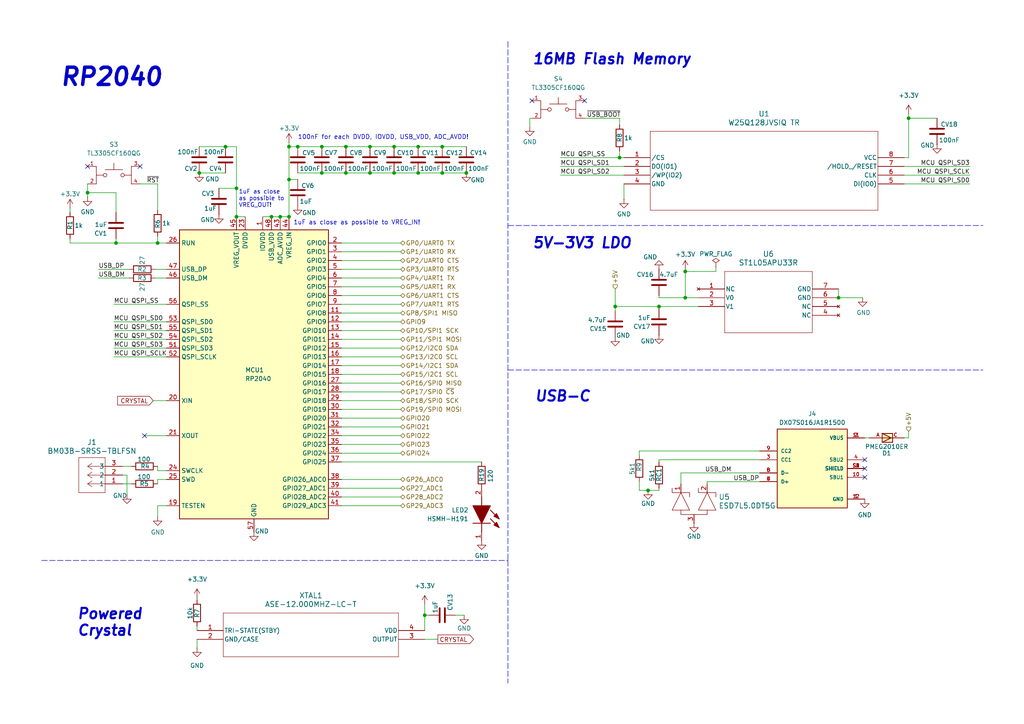
<source format=kicad_sch>
(kicad_sch (version 20231120) (generator "eeschema") (generator_version "8.0")
  (paper "A4")
  (title_block (title "RP2040 Standard Design") (date "2024-12-11") (rev "v1") (company "Porto Space Team") (comment 1 "Miguel Amorim"))
  (lib_symbols
    (symbol "16MB Flash Memory:W25Q128JVSIQ_TR" (pin_names (offset 0.254))
      (property "Reference" "U" (at 40.64 12.7 0))
      (property "Value" "W25Q128JVSIQ TR" (at 40.64 10.16 0))
      (symbol "W25Q128JVSIQ_TR_0_1"
        (pin input line (at 0 0 0) (length 7.62) (name "/CS") (number "1"))
        (pin bidirectional line (at 0 -2.54 0) (length 7.62) (name "DO(IO1)") (number "2"))
        (pin bidirectional line (at 0 -5.08 0) (length 7.62) (name "/WP(IO2)") (number "3"))
        (pin passive line (at 0 -7.62 0) (length 7.62) (name "GND") (number "4"))
        (pin bidirectional line (at 81.28 -7.62 180) (length 7.62) (name "DI(IO0)") (number "5"))
        (pin input line (at 81.28 -5.08 180) (length 7.62) (name "CLK") (number "6"))
        (pin bidirectional line (at 81.28 -2.54 180) (length 7.62) (name "/HOLD_/RESET") (number "7"))
        (pin passive line (at 81.28 0 180) (length 7.62) (name "VCC") (number "8"))
      )
    )
    (symbol "DX07S016JA1R1500:DX07S016JA1R1500" (pin_names (offset 1.016))
      (property "Reference" "J" (at -10.16 11.43 0))
      (property "Value" "DX07S016JA1R1500" (at -10.16 -13.97 0))
      (symbol "DX07S016JA1R1500_0_0"
        (pin power_in line (at 15.24 -10.16 180) (length 5.08) (name "GND") (number "1"))
        (pin passive line (at 15.24 -3.81 180) (length 5.08) (name "SBU1") (number "10"))
        (pin passive line (at 15.24 7.62 180) (length 5.08) (name "VBUS") (number "11"))
        (pin power_in line (at 15.24 -10.16 180) (length 5.08) (name "GND") (number "12"))
        (pin passive line (at 15.24 7.62 180) (length 5.08) (name "VBUS") (number "2"))
        (pin passive line (at -15.24 1.27 0) (length 5.08) (name "CC1") (number "3"))
        (pin passive line (at 15.24 1.27 180) (length 5.08) (name "SBU2") (number "4"))
        (pin passive line (at -15.24 -2.54 0) (length 5.08) (name "D-") (number "5"))
        (pin passive line (at -15.24 -5.08 0) (length 5.08) (name "D+") (number "6"))
        (pin passive line (at -15.24 -5.08 0) (length 5.08) (name "D+") (number "7"))
        (pin passive line (at -15.24 -2.54 0) (length 5.08) (name "D-") (number "8"))
        (pin passive line (at -15.24 3.81 0) (length 5.08) (name "CC2") (number "9"))
        (pin passive line (at 15.24 -1.27 180) (length 5.08) (name "SHIELD") (number "S1"))
        (pin passive line (at 15.24 -1.27 180) (length 5.08) (name "SHIELD") (number "S2"))
        (pin passive line (at 15.24 -1.27 180) (length 5.08) (name "SHIELD") (number "S3"))
        (pin passive line (at 15.24 -1.27 180) (length 5.08) (name "SHIELD") (number "S4"))
        (pin passive line (at 15.24 -1.27 180) (length 5.08) (name "SHIELD") (number "S5"))
        (pin passive line (at 15.24 -1.27 180) (length 5.08) (name "SHIELD") (number "S6"))
      )
    )
    (symbol "Device:C" (pin_numbers hide) (pin_names (offset 0.254))
      (property "Reference" "C" (at 0.635 2.54 0))
      (property "Value" "C" (at 0.635 -2.54 0))
      (symbol "C_1_1"
        (pin passive line (at 0 3.81 270) (length 2.794) (name "~") (number "1"))
        (pin passive line (at 0 -3.81 90) (length 2.794) (name "~") (number "2"))
      )
    )
    (symbol "Device:R" (pin_numbers hide) (pin_names (offset 0))
      (property "Reference" "R" (at 2.032 0 90))
      (property "Value" "R" (at 0 0 90))
      (symbol "R_1_1"
        (pin passive line (at 0 3.81 270) (length 1.27) (name "~") (number "1"))
        (pin passive line (at 0 -3.81 90) (length 1.27) (name "~") (number "2"))
      )
    )
    (symbol "ESD Diodes:ESD7L5.0DT5G" (pin_names (offset 0.254))
      (property "Reference" "U" (at 6.35 15.24 0))
      (property "Value" "ESD7L5.0DT5G" (at 6.35 12.7 0))
      (symbol "ESD7L5.0DT5G_1_1"
        (pin passive line (at 2.54 11.43 270) (length 2.54) (name "") (number "1"))
        (pin passive line (at 10.16 11.43 270) (length 2.54) (name "") (number "2"))
        (pin passive line (at 6.35 0 90) (length 2.54) (name "") (number "3"))
      )
    )
    (symbol "LDO 5V 3V3:ST1L05APU33R" (pin_names (offset 0.254))
      (property "Reference" "U" (at 20.32 10.16 0))
      (property "Value" "ST1L05APU33R" (at 20.32 7.62 0))
      (symbol "ST1L05APU33R_0_1"
        (pin no_connect line (at 0 0 0) (length 7.62) (name "NC") (number "1"))
        (pin passive line (at 0 -2.54 0) (length 7.62) (name "V0") (number "2"))
        (pin passive line (at 0 -5.08 0) (length 7.62) (name "V1") (number "3"))
        (pin no_connect line (at 40.64 -7.62 180) (length 7.62) (name "NC") (number "4"))
        (pin no_connect line (at 40.64 -5.08 180) (length 7.62) (name "NC") (number "5"))
        (pin passive line (at 40.64 -2.54 180) (length 7.62) (name "GND") (number "6"))
        (pin passive line (at 40.64 0 180) (length 7.62) (name "GND") (number "7"))
      )
    )
    (symbol "MCU_RaspberryPi:RP2040"
      (property "Reference" "U" (at 17.78 45.72 0))
      (property "Value" "RP2040" (at 17.78 43.18 0))
      (symbol "RP2040_1_1"
        (pin power_in line (at 2.54 45.72 270) (length 3.81) (name "IOVDD") (number "1"))
        (pin passive line (at 2.54 45.72 270) (length 3.81) hide (name "IOVDD") (number "10"))
        (pin bidirectional line (at 25.4 17.78 180) (length 3.81) (name "GPIO8") (number "11"))
        (pin bidirectional line (at 25.4 15.24 180) (length 3.81) (name "GPIO9") (number "12"))
        (pin bidirectional line (at 25.4 12.7 180) (length 3.81) (name "GPIO10") (number "13"))
        (pin bidirectional line (at 25.4 10.16 180) (length 3.81) (name "GPIO11") (number "14"))
        (pin bidirectional line (at 25.4 7.62 180) (length 3.81) (name "GPIO12") (number "15"))
        (pin bidirectional line (at 25.4 5.08 180) (length 3.81) (name "GPIO13") (number "16"))
        (pin bidirectional line (at 25.4 2.54 180) (length 3.81) (name "GPIO14") (number "17"))
        (pin bidirectional line (at 25.4 0 180) (length 3.81) (name "GPIO15") (number "18"))
        (pin input line (at -25.4 -38.1 0) (length 3.81) (name "TESTEN") (number "19"))
        (pin bidirectional line (at 25.4 38.1 180) (length 3.81) (name "GPIO0") (number "2"))
        (pin input line (at -25.4 -7.62 0) (length 3.81) (name "XIN") (number "20"))
        (pin passive line (at -25.4 -17.78 0) (length 3.81) (name "XOUT") (number "21"))
        (pin passive line (at 2.54 45.72 270) (length 3.81) hide (name "IOVDD") (number "22"))
        (pin power_in line (at -2.54 45.72 270) (length 3.81) (name "DVDD") (number "23"))
        (pin input line (at -25.4 -27.94 0) (length 3.81) (name "SWCLK") (number "24"))
        (pin bidirectional line (at -25.4 -30.48 0) (length 3.81) (name "SWD") (number "25"))
        (pin input line (at -25.4 38.1 0) (length 3.81) (name "RUN") (number "26"))
        (pin bidirectional line (at 25.4 -2.54 180) (length 3.81) (name "GPIO16") (number "27"))
        (pin bidirectional line (at 25.4 -5.08 180) (length 3.81) (name "GPIO17") (number "28"))
        (pin bidirectional line (at 25.4 -7.62 180) (length 3.81) (name "GPIO18") (number "29"))
        (pin bidirectional line (at 25.4 35.56 180) (length 3.81) (name "GPIO1") (number "3"))
        (pin bidirectional line (at 25.4 -10.16 180) (length 3.81) (name "GPIO19") (number "30"))
        (pin bidirectional line (at 25.4 -12.7 180) (length 3.81) (name "GPIO20") (number "31"))
        (pin bidirectional line (at 25.4 -15.24 180) (length 3.81) (name "GPIO21") (number "32"))
        (pin passive line (at 2.54 45.72 270) (length 3.81) hide (name "IOVDD") (number "33"))
        (pin bidirectional line (at 25.4 -17.78 180) (length 3.81) (name "GPIO22") (number "34"))
        (pin bidirectional line (at 25.4 -20.32 180) (length 3.81) (name "GPIO23") (number "35"))
        (pin bidirectional line (at 25.4 -22.86 180) (length 3.81) (name "GPIO24") (number "36"))
        (pin bidirectional line (at 25.4 -25.4 180) (length 3.81) (name "GPIO25") (number "37"))
        (pin bidirectional line (at 25.4 -30.48 180) (length 3.81) (name "GPIO26_ADC0") (number "38"))
        (pin bidirectional line (at 25.4 -33.02 180) (length 3.81) (name "GPIO27_ADC1") (number "39"))
        (pin bidirectional line (at 25.4 33.02 180) (length 3.81) (name "GPIO2") (number "4"))
        (pin bidirectional line (at 25.4 -35.56 180) (length 3.81) (name "GPIO28_ADC2") (number "40"))
        (pin bidirectional line (at 25.4 -38.1 180) (length 3.81) (name "GPIO29_ADC3") (number "41"))
        (pin passive line (at 2.54 45.72 270) (length 3.81) hide (name "IOVDD") (number "42"))
        (pin power_in line (at 7.62 45.72 270) (length 3.81) (name "ADC_AVDD") (number "43"))
        (pin power_in line (at 10.16 45.72 270) (length 3.81) (name "VREG_IN") (number "44"))
        (pin power_out line (at -5.08 45.72 270) (length 3.81) (name "VREG_VOUT") (number "45"))
        (pin bidirectional line (at -25.4 27.94 0) (length 3.81) (name "USB_DM") (number "46"))
        (pin bidirectional line (at -25.4 30.48 0) (length 3.81) (name "USB_DP") (number "47"))
        (pin power_in line (at 5.08 45.72 270) (length 3.81) (name "USB_VDD") (number "48"))
        (pin passive line (at 2.54 45.72 270) (length 3.81) hide (name "IOVDD") (number "49"))
        (pin bidirectional line (at 25.4 30.48 180) (length 3.81) (name "GPIO3") (number "5"))
        (pin passive line (at -2.54 45.72 270) (length 3.81) hide (name "DVDD") (number "50"))
        (pin bidirectional line (at -25.4 7.62 0) (length 3.81) (name "QSPI_SD3") (number "51"))
        (pin output line (at -25.4 5.08 0) (length 3.81) (name "QSPI_SCLK") (number "52"))
        (pin bidirectional line (at -25.4 15.24 0) (length 3.81) (name "QSPI_SD0") (number "53"))
        (pin bidirectional line (at -25.4 10.16 0) (length 3.81) (name "QSPI_SD2") (number "54"))
        (pin bidirectional line (at -25.4 12.7 0) (length 3.81) (name "QSPI_SD1") (number "55"))
        (pin bidirectional line (at -25.4 20.32 0) (length 3.81) (name "QSPI_SS") (number "56"))
        (pin power_in line (at 0 -45.72 90) (length 3.81) (name "GND") (number "57"))
        (pin bidirectional line (at 25.4 27.94 180) (length 3.81) (name "GPIO4") (number "6"))
        (pin bidirectional line (at 25.4 25.4 180) (length 3.81) (name "GPIO5") (number "7"))
        (pin bidirectional line (at 25.4 22.86 180) (length 3.81) (name "GPIO6") (number "8"))
        (pin bidirectional line (at 25.4 20.32 180) (length 3.81) (name "GPIO7") (number "9"))
      )
    )
    (symbol "Powered Crystal:ASE-12.000MHZ-LC-T" (pin_names (offset 0.254))
      (property "Reference" "XTAL" (at 33.02 10.16 0))
      (property "Value" "ASE-12.000MHZ-LC-T" (at 33.02 7.62 0))
      (symbol "ASE-12.000MHZ-LC-T_0_1"
        (pin passive line (at 0 0 0) (length 7.62) (name "TRI-STATE(STBY)") (number "1"))
        (pin passive line (at 0 -2.54 0) (length 7.62) (name "GND/CASE") (number "2"))
        (pin output line (at 66.04 -2.54 180) (length 7.62) (name "OUTPUT") (number "3"))
        (pin power_in line (at 66.04 0 180) (length 7.62) (name "VDD") (number "4"))
      )
    )
    (symbol "Red SMD LED:HSMH-H191" (pin_names hide)
      (property "Reference" "LED" (at 12.7 8.89 0))
      (property "Value" "HSMH-H191" (at 12.7 6.35 0))
      (symbol "HSMH-H191_1_1"
        (pin passive line (at 0 0 0) (length 2.54) (name "K") (number "1"))
        (pin passive line (at 15.24 0 180) (length 2.54) (name "A") (number "2"))
      )
    )
    (symbol "SWD Connector:BM03B-SRSS-TBLFSN" (pin_names (offset 0.254))
      (property "Reference" "J" (at 8.89 6.35 0))
      (property "Value" "BM03B-SRSS-TBLFSN" (at 0 0 0))
      (symbol "BM03B-SRSS-TBLFSN_1_1"
        (pin passive line (at 0 0 0) (length 5.08) (name "1") (number "1"))
        (pin passive line (at 0 -2.54 0) (length 5.08) (name "2") (number "2"))
        (pin passive line (at 0 -5.08 0) (length 5.08) (name "3") (number "3"))
      )
      (symbol "BM03B-SRSS-TBLFSN_1_2"
        (pin passive line (at 0 0 0) (length 5.08) (name "1") (number "1"))
        (pin passive line (at 0 -2.54 0) (length 5.08) (name "2") (number "2"))
        (pin passive line (at 0 -5.08 0) (length 5.08) (name "3") (number "3"))
      )
    )
    (symbol "Schottky Diode:PMEG2010ER" (pin_names (offset 1.016))
      (property "Reference" "D" (at -3.8116 1.7534 0))
      (property "Value" "PMEG2010ER" (at -3.816 -3.5871 0))
      (symbol "PMEG2010ER_0_0"
        (pin passive line (at -5.08 0 0) (length 5.08) (name "~") (number "A"))
        (pin passive line (at 5.08 0 180) (length 5.08) (name "~") (number "C"))
      )
    )
    (symbol "TL3305CF160QG:TL3305CF160QG" (pin_names (offset 1.016))
      (property "Reference" "S" (at -5.08 5.08 0))
      (property "Value" "TL3305CF160QG" (at -5.08 -5.08 0))
      (symbol "TL3305CF160QG_0_0"
        (pin passive line (at -7.62 2.54 0) (length 2.54) (name "~") (number "1"))
        (pin passive line (at -7.62 -2.54 0) (length 2.54) (name "~") (number "2"))
        (pin passive line (at 7.62 2.54 180) (length 2.54) (name "~") (number "3"))
        (pin passive line (at 7.62 -2.54 180) (length 2.54) (name "~") (number "4"))
      )
    )
    (symbol "power:+3.3V" (power) (pin_numbers hide) (pin_names (offset 0) hide)
      (property "Value" "+3.3V" (at 0 3.556 0))
      (symbol "+3.3V_1_1"
        (pin power_in line (at 0 0 90) (length 0) (name "~") (number "1"))
      )
    )
    (symbol "power:GND" (power) (pin_numbers hide) (pin_names (offset 0) hide)
      (property "Value" "GND" (at 0 -3.81 0))
      (symbol "GND_1_1"
        (pin power_in line (at 0 0 270) (length 0) (name "~") (number "1"))
      )
    )
    (symbol "power:PWR_FLAG" (power) (pin_numbers hide) (pin_names (offset 0) hide)
      (property "Value" "PWR_FLAG" (at 0 3.81 0))
      (symbol "PWR_FLAG_0_0"
        (pin power_out line (at 0 0 90) (length 0) (name "~") (number "1"))
      )
    )
  )
  (junction (at 179.705 45.72))
  (junction (at 83.82 62.865))
  (junction (at 187.96 142.24))
  (junction (at 128.27 50.165))
  (junction (at 135.255 50.165))
  (junction (at 78.74 62.865))
  (junction (at 93.345 50.165))
  (junction (at 83.82 42.545))
  (junction (at 123.19 178.435))
  (junction (at 121.285 42.545))
  (junction (at 68.58 54.61))
  (junction (at 114.3 42.545))
  (junction (at 100.33 50.165))
  (junction (at 25.4 55.88))
  (junction (at 45.72 70.485))
  (junction (at 100.33 42.545))
  (junction (at 83.82 52.07))
  (junction (at 33.655 70.485))
  (junction (at 243.205 86.36))
  (junction (at 178.435 88.9))
  (junction (at 121.285 50.165))
  (junction (at 198.755 86.36))
  (junction (at 57.785 50.165))
  (junction (at 107.315 50.165))
  (junction (at 68.58 62.865))
  (junction (at 86.36 42.545))
  (junction (at 81.28 62.865))
  (junction (at 191.135 88.9))
  (junction (at 198.755 78.74))
  (junction (at 93.345 42.545))
  (junction (at 107.315 42.545))
  (junction (at 114.3 50.165))
  (junction (at 128.27 42.545))
  (junction (at 65.405 42.545))
  (junction (at 263.525 34.29))
  (no_connect (at 41.91 126.365))
  (no_connect (at 40.64 48.26))
  (no_connect (at 169.545 29.21))
  (no_connect (at 250.825 133.35))
  (no_connect (at 154.305 29.21))
  (no_connect (at 25.4 48.26))
  (no_connect (at 250.825 135.89))
  (no_connect (at 250.825 138.43))
  (wire (pts (xy 45.72 139.065) (xy 48.26 139.065)))
  (wire (pts (xy 262.255 50.8) (xy 281.305 50.8)))
  (wire (pts (xy 191.135 142.24) (xy 187.96 142.24)))
  (wire (pts (xy 123.19 178.435) (xy 123.19 182.88)))
  (wire (pts (xy 99.06 113.665) (xy 116.205 113.665)))
  (wire (pts (xy 178.435 83.82) (xy 178.435 88.9)))
  (wire (pts (xy 107.315 50.165) (xy 114.3 50.165)))
  (wire (pts (xy 44.45 116.205) (xy 48.26 116.205)))
  (wire (pts (xy 132.08 178.435) (xy 134.62 178.435)))
  (wire (pts (xy 33.02 95.885) (xy 48.26 95.885)))
  (wire (pts (xy 28.575 80.645) (xy 37.465 80.645)))
  (wire (pts (xy 185.42 142.24) (xy 185.42 139.7)))
  (wire (pts (xy 57.15 173.355) (xy 57.15 173.99)))
  (wire (pts (xy 33.655 70.485) (xy 20.32 70.485)))
  (wire (pts (xy 33.655 70.485) (xy 33.655 69.215)))
  (wire (pts (xy 154.305 34.29) (xy 153.67 34.29)))
  (wire (pts (xy 191.135 86.36) (xy 198.755 86.36)))
  (wire (pts (xy 198.755 78.74) (xy 198.755 86.36)))
  (wire (pts (xy 33.02 88.265) (xy 48.26 88.265)))
  (wire (pts (xy 179.705 36.195) (xy 179.705 34.29)))
  (wire (pts (xy 33.02 93.345) (xy 48.26 93.345)))
  (wire (pts (xy 99.06 88.265) (xy 116.205 88.265)))
  (wire (pts (xy 198.755 78.105) (xy 198.755 78.74)))
  (wire (pts (xy 262.255 48.26) (xy 281.305 48.26)))
  (wire (pts (xy 197.485 137.16) (xy 220.345 137.16)))
  (wire (pts (xy 45.72 136.525) (xy 48.26 136.525)))
  (wire (pts (xy 45.72 53.34) (xy 45.72 60.96)))
  (wire (pts (xy 99.06 73.025) (xy 116.205 73.025)))
  (wire (pts (xy 33.02 100.965) (xy 48.26 100.965)))
  (wire (pts (xy 45.72 70.485) (xy 48.26 70.485)))
  (wire (pts (xy 76.2 62.865) (xy 78.74 62.865)))
  (wire (pts (xy 45.72 68.58) (xy 45.72 70.485)))
  (polyline (pts (xy 147.32 65.405) (xy 285.115 65.405)) (stroke (width 0) (type dash)))
  (wire (pts (xy 99.06 75.565) (xy 116.205 75.565)))
  (wire (pts (xy 68.58 62.865) (xy 71.12 62.865)))
  (wire (pts (xy 263.525 125.095) (xy 263.525 127)))
  (polyline (pts (xy 147.32 162.56) (xy 147.32 198.12)) (stroke (width 0) (type dash)))
  (wire (pts (xy 262.255 53.34) (xy 281.305 53.34)))
  (wire (pts (xy 99.06 146.685) (xy 116.205 146.685)))
  (wire (pts (xy 121.285 50.165) (xy 128.27 50.165)))
  (wire (pts (xy 86.36 42.545) (xy 83.82 42.545)))
  (wire (pts (xy 123.19 178.435) (xy 124.46 178.435)))
  (wire (pts (xy 35.56 137.795) (xy 36.83 137.795)))
  (wire (pts (xy 243.205 86.36) (xy 250.19 86.36)))
  (polyline (pts (xy 12.065 162.56) (xy 147.32 162.56)) (stroke (width 0) (type dash)))
  (wire (pts (xy 35.56 140.335) (xy 38.1 140.335)))
  (wire (pts (xy 40.64 53.34) (xy 45.72 53.34)))
  (wire (pts (xy 121.285 42.545) (xy 114.3 42.545)))
  (wire (pts (xy 123.19 175.26) (xy 123.19 178.435)))
  (wire (pts (xy 25.4 53.34) (xy 25.4 55.88)))
  (wire (pts (xy 185.42 130.81) (xy 220.345 130.81)))
  (wire (pts (xy 33.655 55.88) (xy 25.4 55.88)))
  (wire (pts (xy 35.56 135.255) (xy 38.1 135.255)))
  (wire (pts (xy 99.06 80.645) (xy 116.205 80.645)))
  (wire (pts (xy 45.085 78.105) (xy 48.26 78.105)))
  (wire (pts (xy 68.58 54.61) (xy 68.58 62.865)))
  (wire (pts (xy 68.58 54.61) (xy 68.58 42.545)))
  (wire (pts (xy 128.27 42.545) (xy 121.285 42.545)))
  (wire (pts (xy 153.67 34.29) (xy 153.67 36.83)))
  (wire (pts (xy 28.575 78.105) (xy 37.465 78.105)))
  (wire (pts (xy 25.4 55.88) (xy 25.4 57.15)))
  (wire (pts (xy 33.655 70.485) (xy 45.72 70.485)))
  (wire (pts (xy 250.825 127) (xy 252.095 127)))
  (wire (pts (xy 191.135 88.9) (xy 202.565 88.9)))
  (wire (pts (xy 185.42 132.08) (xy 185.42 130.81)))
  (wire (pts (xy 99.06 93.345) (xy 116.205 93.345)))
  (wire (pts (xy 41.91 126.365) (xy 48.26 126.365)))
  (wire (pts (xy 57.785 42.545) (xy 65.405 42.545)))
  (wire (pts (xy 99.06 106.045) (xy 116.205 106.045)))
  (wire (pts (xy 99.06 111.125) (xy 116.205 111.125)))
  (wire (pts (xy 100.33 42.545) (xy 93.345 42.545)))
  (wire (pts (xy 262.255 45.72) (xy 263.525 45.72)))
  (wire (pts (xy 83.82 42.545) (xy 83.82 52.07)))
  (wire (pts (xy 99.06 131.445) (xy 116.205 131.445)))
  (wire (pts (xy 83.82 52.07) (xy 83.82 62.865)))
  (wire (pts (xy 45.72 140.335) (xy 45.72 139.065)))
  (wire (pts (xy 86.36 50.165) (xy 93.345 50.165)))
  (wire (pts (xy 93.345 42.545) (xy 86.36 42.545)))
  (wire (pts (xy 93.345 50.165) (xy 100.33 50.165)))
  (wire (pts (xy 107.315 42.545) (xy 100.33 42.545)))
  (wire (pts (xy 191.135 85.725) (xy 191.135 86.36)))
  (wire (pts (xy 179.705 45.72) (xy 180.975 45.72)))
  (wire (pts (xy 178.435 88.9) (xy 191.135 88.9)))
  (wire (pts (xy 205.105 139.7) (xy 205.105 140.335)))
  (wire (pts (xy 57.15 181.61) (xy 57.15 182.88)))
  (wire (pts (xy 207.645 78.74) (xy 207.645 77.47)))
  (wire (pts (xy 162.56 45.72) (xy 179.705 45.72)))
  (wire (pts (xy 180.975 50.8) (xy 162.56 50.8)))
  (wire (pts (xy 33.02 98.425) (xy 48.26 98.425)))
  (wire (pts (xy 83.82 52.07) (xy 86.36 52.07)))
  (wire (pts (xy 191.135 142.24) (xy 191.135 141.605)))
  (wire (pts (xy 99.06 70.485) (xy 116.205 70.485)))
  (wire (pts (xy 180.975 53.34) (xy 180.975 57.785)))
  (wire (pts (xy 197.485 137.16) (xy 197.485 140.335)))
  (polyline (pts (xy 147.32 107.315) (xy 285.115 107.315)) (stroke (width 0) (type dash)))
  (wire (pts (xy 78.74 62.865) (xy 81.28 62.865)))
  (wire (pts (xy 191.135 133.35) (xy 191.135 133.985)))
  (wire (pts (xy 57.15 185.42) (xy 57.15 187.96)))
  (wire (pts (xy 99.06 90.805) (xy 116.205 90.805)))
  (wire (pts (xy 99.06 123.825) (xy 116.205 123.825)))
  (wire (pts (xy 45.72 146.685) (xy 48.26 146.685)))
  (wire (pts (xy 68.58 42.545) (xy 65.405 42.545)))
  (wire (pts (xy 45.085 80.645) (xy 48.26 80.645)))
  (wire (pts (xy 99.06 128.905) (xy 116.205 128.905)))
  (wire (pts (xy 99.06 83.185) (xy 116.205 83.185)))
  (wire (pts (xy 99.06 100.965) (xy 116.205 100.965)))
  (wire (pts (xy 83.82 41.275) (xy 83.82 42.545)))
  (wire (pts (xy 99.06 85.725) (xy 116.205 85.725)))
  (wire (pts (xy 57.785 50.165) (xy 65.405 50.165)))
  (wire (pts (xy 45.72 149.86) (xy 45.72 146.685)))
  (wire (pts (xy 99.06 121.285) (xy 116.205 121.285)))
  (wire (pts (xy 20.32 60.325) (xy 20.32 61.595)))
  (wire (pts (xy 33.02 103.505) (xy 48.26 103.505)))
  (wire (pts (xy 36.83 137.795) (xy 36.83 143.51)))
  (wire (pts (xy 205.105 139.7) (xy 220.345 139.7)))
  (wire (pts (xy 99.06 139.065) (xy 116.205 139.065)))
  (wire (pts (xy 263.525 127) (xy 262.255 127)))
  (wire (pts (xy 179.705 34.29) (xy 169.545 34.29)))
  (wire (pts (xy 99.06 108.585) (xy 116.205 108.585)))
  (wire (pts (xy 220.345 133.35) (xy 191.135 133.35)))
  (wire (pts (xy 243.205 83.82) (xy 243.205 86.36)))
  (wire (pts (xy 263.525 45.72) (xy 263.525 34.29)))
  (wire (pts (xy 123.19 185.42) (xy 127 185.42)))
  (wire (pts (xy 99.06 133.985) (xy 139.7 133.985)))
  (wire (pts (xy 99.06 116.205) (xy 116.205 116.205)))
  (wire (pts (xy 99.06 144.145) (xy 116.205 144.145)))
  (polyline (pts (xy 147.32 12.065) (xy 147.32 162.56)) (stroke (width 0) (type dash)))
  (wire (pts (xy 99.06 141.605) (xy 116.205 141.605)))
  (wire (pts (xy 45.72 136.525) (xy 45.72 135.255)))
  (wire (pts (xy 179.705 43.815) (xy 179.705 45.72)))
  (wire (pts (xy 263.525 34.29) (xy 263.525 33.02)))
  (wire (pts (xy 20.32 70.485) (xy 20.32 69.215)))
  (wire (pts (xy 63.5 54.61) (xy 68.58 54.61)))
  (wire (pts (xy 99.06 98.425) (xy 116.205 98.425)))
  (wire (pts (xy 128.27 42.545) (xy 135.255 42.545)))
  (wire (pts (xy 99.06 103.505) (xy 116.205 103.505)))
  (wire (pts (xy 263.525 34.29) (xy 271.78 34.29)))
  (wire (pts (xy 100.33 50.165) (xy 107.315 50.165)))
  (wire (pts (xy 99.06 126.365) (xy 116.205 126.365)))
  (wire (pts (xy 81.28 62.865) (xy 83.82 62.865)))
  (wire (pts (xy 187.96 142.24) (xy 185.42 142.24)))
  (wire (pts (xy 99.06 118.745) (xy 116.205 118.745)))
  (wire (pts (xy 33.655 55.88) (xy 33.655 61.595)))
  (wire (pts (xy 180.975 48.26) (xy 162.56 48.26)))
  (wire (pts (xy 114.3 50.165) (xy 121.285 50.165)))
  (wire (pts (xy 128.27 50.165) (xy 135.255 50.165)))
  (wire (pts (xy 198.755 78.74) (xy 207.645 78.74)))
  (wire (pts (xy 178.435 88.9) (xy 178.435 90.17)))
  (wire (pts (xy 99.06 95.885) (xy 116.205 95.885)))
  (wire (pts (xy 191.135 89.535) (xy 191.135 88.9)))
  (wire (pts (xy 114.3 42.545) (xy 107.315 42.545)))
  (wire (pts (xy 99.06 78.105) (xy 116.205 78.105)))
  (wire (pts (xy 198.755 86.36) (xy 202.565 86.36)))
  (text "RP2040" (at 17.145 25.4 0) (effects (font (size 5 5) (thickness 1) (bold yes) (italic yes)) (justify left bottom)))
  (text "Powered\nCrystal" (at 22.225 184.785 0) (effects (font (size 3 3) (bold yes) (italic yes)) (justify left bottom)))
  (text "16MB Flash Memory" (at 154.305 19.05 0) (effects (font (size 3 3) (bold yes) (italic yes)) (justify left bottom)))
  (text "1uF as close as possible to VREG_IN!" (at 85.09 65.405 0) (effects (font (size 1.27 1.27)) (justify left bottom)))
  (text "100nF for each DVDD, IOVDD, USB_VDD, ADC_AVDD!" (at 86.36 40.64 0) (effects (font (size 1.27 1.27)) (justify left bottom)))
  (text "1uF as close \nas possible to \nVREG_OUT!" (at 69.215 60.325 0) (effects (font (size 1.2 1.2)) (justify left bottom)))
  (text "5V-3V3 LDO" (at 154.305 72.39 0) (effects (font (size 3 3) (bold yes) (italic yes)) (justify left bottom)))
  (text "USB-C" (at 154.94 116.84 0) (effects (font (size 3 3) (bold yes) (italic yes)) (justify left bottom)))
  (label "USB_DM" (at 204.47 137.16 0))
  (label "MCU QSPI_SS" (at 33.02 88.265 0))
  (label "MCU QSPI_SD2" (at 162.56 50.8 0))
  (label "MCU QSPI_SD0" (at 33.02 93.345 0))
  (label "MCU QSPI_SCLK" (at 33.02 103.505 0))
  (label "USB_DP" (at 28.575 78.105 0))
  (label "MCU QSPI_SD3" (at 33.02 100.965 0))
  (label "MCU QSPI_SD1" (at 33.02 95.885 0))
  (label "MCU QSPI_SCLK" (at 281.305 50.8 180))
  (label "MCU QSPI_SD3" (at 281.305 48.26 180))
  (label "MCU QSPI_SD1" (at 162.56 48.26 0))
  (label "MCU QSPI_SD0" (at 281.305 53.34 180))
  (label "~{RST}" (at 42.545 53.34 0))
  (label "USB_DM" (at 28.575 80.645 0))
  (label "~{USB_BOOT}" (at 170.18 34.29 0))
  (label "MCU QSPI_SS" (at 162.56 45.72 0))
  (label "USB_DP" (at 212.725 139.7 0))
  (label "MCU QSPI_SD2" (at 33.02 98.425 0))
  (global_label "CRYSTAL" (shape input) (at 44.45 116.205 180) (property "Intersheetrefs" "${INTERSHEET_REFS}" (effects (hide yes))))
  (global_label "CRYSTAL" (shape output) (at 127 185.42 0) (property "Intersheetrefs" "${INTERSHEET_REFS}" (effects (hide yes))))
  (hierarchical_label "GP28_ADC2" (shape bidirectional) (at 116.205 144.145 0))
  (hierarchical_label "GP11{slash}SPI1 MOSI" (shape bidirectional) (at 116.205 98.425 0))
  (hierarchical_label "GP16{slash}SPI0 MISO" (shape bidirectional) (at 116.205 111.125 0))
  (hierarchical_label "GP29_ADC3" (shape bidirectional) (at 116.205 146.685 0))
  (hierarchical_label "GPIO21" (shape bidirectional) (at 116.205 123.825 0))
  (hierarchical_label "GPIO23" (shape bidirectional) (at 116.205 128.905 0))
  (hierarchical_label "GP2{slash}UART0 CTS" (shape bidirectional) (at 116.205 75.565 0))
  (hierarchical_label "GP10{slash}SPI1 SCK" (shape bidirectional) (at 116.205 95.885 0))
  (hierarchical_label "GPIO9" (shape bidirectional) (at 116.205 93.345 0))
  (hierarchical_label "GPIO22" (shape bidirectional) (at 116.205 126.365 0))
  (hierarchical_label "GP18{slash}SPI0 SCK" (shape bidirectional) (at 116.205 116.205 0))
  (hierarchical_label "+5V" (shape input) (at 263.525 125.095 90))
  (hierarchical_label "GP4{slash}UART1 TX" (shape bidirectional) (at 116.205 80.645 0))
  (hierarchical_label "GP15{slash}I2C1 SCL" (shape bidirectional) (at 116.205 108.585 0))
  (hierarchical_label "GP13{slash}I2C0 SCL" (shape bidirectional) (at 116.205 103.505 0))
  (hierarchical_label "GP3{slash}UART0 RTS" (shape bidirectional) (at 116.205 78.105 0))
  (hierarchical_label "GP26_ADC0" (shape bidirectional) (at 116.205 139.065 0))
  (hierarchical_label "+5V" (shape input) (at 178.435 83.82 90))
  (hierarchical_label "GP8{slash}SPI1 MISO" (shape bidirectional) (at 116.205 90.805 0))
  (hierarchical_label "GP6{slash}UART1 CTS" (shape bidirectional) (at 116.205 85.725 0))
  (hierarchical_label "GPIO20" (shape bidirectional) (at 116.205 121.285 0))
  (hierarchical_label "GP1{slash}UART0 RX" (shape bidirectional) (at 116.205 73.025 0))
  (hierarchical_label "GP5{slash}UART1 RX" (shape bidirectional) (at 116.205 83.185 0))
  (hierarchical_label "GP14{slash}I2C1 SDA" (shape bidirectional) (at 116.205 106.045 0))
  (hierarchical_label "GP7{slash}UART1 RTS" (shape bidirectional) (at 116.205 88.265 0))
  (hierarchical_label "GP12{slash}I2C0 SDA" (shape bidirectional) (at 116.205 100.965 0))
  (hierarchical_label "GP0{slash}UART0 TX" (shape bidirectional) (at 116.205 70.485 0))
  (hierarchical_label "GP17{slash}SPI0 ~{CS}" (shape bidirectional) (at 116.205 113.665 0))
  (hierarchical_label "GP27_ADC1" (shape bidirectional) (at 116.205 141.605 0))
  (hierarchical_label "GPIO24" (shape bidirectional) (at 116.205 131.445 0))
  (hierarchical_label "GP19{slash}SPI0 MOSI" (shape bidirectional) (at 116.205 118.745 0))
  (symbol (lib_id "power:GND") (at 63.5 62.23 0) (unit 1)
    (property "Reference" "#PWR034" (effects (hide yes)))
    (property "Value" "GND" (at 60.198 63.754 0))
    (property "Description" "Power symbol creates a global label with name \"GND\" , ground" (effects (hide yes)))
  )
  (symbol (lib_id "16MB Flash Memory:W25Q128JVSIQ_TR") (at 180.975 45.72 0) (unit 1)
    (property "Reference" "U1" (at 221.615 33.02 0) (effects (font (size 1.524 1.524))))
    (property "Value" "W25Q128JVSIQ TR" (at 221.615 35.56 0) (effects (font (size 1.524 1.524))))
    (property "Footprint" "NOR Flash:SOIC_208MIL_WIN" (effects (hide yes)))
    (property "Datasheet" "W25Q128JVSIQ TR" (effects (hide yes)))
  )
  (symbol (lib_id "Device:C") (at 128.27 178.435 90) (unit 1)
    (property "Reference" "CV13" (at 130.556 177.165 0) (effects (justify left)))
    (property "Value" "1uF" (at 126.238 177.927 0) (effects (justify left)))
    (property "Footprint" "Capacitor_0402:Capacitor_0402" (effects (hide yes)))
    (property "Description" "Unpolarized capacitor" (effects (hide yes)))
  )
  (symbol (lib_id "DX07S016JA1R1500:DX07S016JA1R1500") (at 235.585 134.62 0) (unit 1)
    (property "Reference" "J4" (at 235.585 120.015 0))
    (property "Value" "DX07S016JA1R1500" (at 235.585 122.555 0))
    (property "Footprint" "USBC-DX07S016JA1:JAE_DX07S016JA1R1500" (effects (hide yes)))
    (property "MF" "JAE Electronics" (effects (hide yes)))
    (property "MAXIMUM_PACKAGE_HEIGHT" "3.31 mm" (effects (hide yes)))
    (property "Package" "None" (effects (hide yes)))
    (property "Price" "None" (effects (hide yes)))
    (property "Check_prices" "https://www.snapeda.com/parts/DX07S016JA1R1500/JAE+Electronics/view-part/?ref=eda" (effects (hide yes)))
    (property "STANDARD" "Manufacturer Recommendations" (effects (hide yes)))
    (property "PARTREV" "1" (effects (hide yes)))
    (property "SnapEDA_Link" "https://www.snapeda.com/parts/DX07S016JA1R1500/JAE+Electronics/view-part/?ref=snap" (effects (hide yes)))
    (property "MP" "DX07S016JA1R1500" (effects (hide yes)))
    (property "Description_1" "\n                        \n                            USB-C (USB TYPE-C) USB 2.0 Receptacle Connector 24 (16+8 Dummy) Position Surface Mount, Right Angle; Through Hole\n                        \n" (effects (hide yes)))
    (property "Availability" "In Stock" (effects (hide yes)))
    (property "MANUFACTURER" "JAE Industry Ltd." (effects (hide yes)))
  )
  (symbol (lib_id "power:GND") (at 178.435 97.79 0) (unit 1)
    (property "Reference" "#PWR042" (effects (hide yes)))
    (property "Value" "GND" (at 180.721 97.282 0))
    (property "Description" "Power symbol creates a global label with name \"GND\" , ground" (effects (hide yes)))
  )
  (symbol (lib_id "Device:C") (at 93.345 46.355 0) (unit 1)
    (property "Reference" "CV7" (at 94.107 44.323 0) (effects (justify left)))
    (property "Value" "100nF" (at 93.853 48.895 0) (effects (justify left)))
    (property "Footprint" "Capacitor_0402:Capacitor_0402" (effects (hide yes)))
    (property "Description" "Unpolarized capacitor" (effects (hide yes)))
  )
  (symbol (lib_id "Red SMD LED:HSMH-H191") (at 139.7 156.845 270) (mirror x) (unit 1)
    (property "Reference" "LED2" (at 135.89 147.955 90) (effects (justify right)))
    (property "Value" "HSMH-H191" (at 135.89 150.495 90) (effects (justify right)))
    (property "Footprint" "Red SMD LED:HSMHH191" (effects (hide yes)))
    (property "Datasheet" "https://www.broadcom.com/products/leds-and-displays/chip-leds/0603-1.6-x-0.88mm-top-mount/hsmh-h191" (effects (hide yes)))
    (property "Description" "0603 Top Mount Mono-Color ChipLED" (effects (hide yes)))
    (property "Height" "0.7" (effects (hide yes)))
    (property "Manufacturer_Name" "Avago Technologies" (effects (hide yes)))
    (property "Manufacturer_Part_Number" "HSMH-H191" (effects (hide yes)))
    (property "Mouser Part Number" "630-HSMH-H191" (effects (hide yes)))
    (property "Mouser Price/Stock" "https://www.mouser.co.uk/ProductDetail/Broadcom-Avago/HSMH-H191?qs=Li%252BoUPsLEnsN8XNfO1JPnw%3D%3D" (effects (hide yes)))
  )
  (symbol (lib_id "power:GND") (at 250.825 144.78 0) (mirror y) (unit 1)
    (property "Reference" "#PWR049" (effects (hide yes)))
    (property "Value" "GND" (at 250.825 149.352 0))
    (property "Description" "Power symbol creates a global label with name \"GND\" , ground" (effects (hide yes)))
  )
  (symbol (lib_id "power:GND") (at 191.135 78.105 0) (mirror x) (unit 1)
    (property "Reference" "#PWR045" (effects (hide yes)))
    (property "Value" "GND" (at 188.595 74.549 0))
    (property "Description" "Power symbol creates a global label with name \"GND\" , ground" (effects (hide yes)))
  )
  (symbol (lib_id "Device:C") (at 33.655 65.405 180) (unit 1)
    (property "Reference" "CV1" (at 31.115 67.691 0) (effects (justify left)))
    (property "Value" "1uF" (at 31.115 65.151 0) (effects (justify left)))
    (property "Footprint" "Capacitor_0402:Capacitor_0402" (effects (hide yes)))
    (property "Description" "Unpolarized capacitor" (effects (hide yes)))
  )
  (symbol (lib_id "Powered Crystal:ASE-12.000MHZ-LC-T") (at 57.15 182.88 0) (unit 1)
    (property "Reference" "XTAL1" (at 90.17 172.72 0) (effects (font (size 1.524 1.524))))
    (property "Value" "ASE-12.000MHZ-LC-T" (at 90.17 175.26 0) (effects (font (size 1.524 1.524))))
    (property "Footprint" "AS12MHz:ASE-3.2X2.5_ABR" (effects (hide yes)))
    (property "Datasheet" "ASE-12.000MHZ-LC-T" (effects (hide yes)))
  )
  (symbol (lib_id "power:GND") (at 25.4 57.15 0) (unit 1)
    (property "Reference" "#PWR024" (effects (hide yes)))
    (property "Value" "GND" (at 25.4 61.468 0))
    (property "Description" "Power symbol creates a global label with name \"GND\" , ground" (effects (hide yes)))
  )
  (symbol (lib_id "Device:R") (at 41.275 80.645 90) (mirror x) (unit 1)
    (property "Reference" "R3" (at 42.545 80.645 90) (effects (justify left)))
    (property "Value" "27" (at 41.275 81.915 0) (effects (justify left)))
    (property "Footprint" "RES_R0603_27:RES_R0603_27" (effects (hide yes)))
    (property "Description" "Resistor" (effects (hide yes)))
  )
  (symbol (lib_id "Device:C") (at 65.405 46.355 180) (unit 1)
    (property "Reference" "CV4" (at 64.389 48.895 0) (effects (justify left)))
    (property "Value" "100nF" (at 65.151 44.069 0) (effects (justify left)))
    (property "Footprint" "Capacitor_0402:Capacitor_0402" (effects (hide yes)))
    (property "Description" "Unpolarized capacitor" (effects (hide yes)))
  )
  (symbol (lib_id "power:+3.3V") (at 83.82 41.275 0) (unit 1)
    (property "Reference" "#PWR036" (effects (hide yes)))
    (property "Value" "+3.3V" (at 83.82 37.211 0))
    (property "Description" "Power symbol creates a global label with name \"+3.3V\"" (effects (hide yes)))
  )
  (symbol (lib_id "Schottky Diode:PMEG2010ER") (at 257.175 127 0) (mirror x) (unit 1)
    (property "Reference" "D1" (at 257.175 131.445 0))
    (property "Value" "PMEG2010ER" (at 257.175 129.54 0))
    (property "Footprint" "PMEG2010ER:SODFL3517X110N" (effects (hide yes)))
    (property "MF" "NXP Semiconductors" (effects (hide yes)))
    (property "Description_1" "\n                        \n                            Rectifier Diode Schottky 1A Automotive 2-Pin SOD-123W T/R\n                        \n" (effects (hide yes)))
    (property "Package" "SOD-123 Nexperia USA" (effects (hide yes)))
    (property "Price" "None" (effects (hide yes)))
    (property "Check_prices" "https://www.snapeda.com/parts/PMEG2010ER/NXP+Semiconductors/view-part/?ref=eda" (effects (hide yes)))
    (property "STANDARD" "IPC-7351B" (effects (hide yes)))
    (property "PARTREV" "01" (effects (hide yes)))
    (property "SnapEDA_Link" "https://www.snapeda.com/parts/PMEG2010ER/NXP+Semiconductors/view-part/?ref=snap" (effects (hide yes)))
    (property "MP" "PMEG2010ER" (effects (hide yes)))
    (property "Availability" "In Stock" (effects (hide yes)))
    (property "MANUFACTURER" "NEXPERIA" (effects (hide yes)))
  )
  (symbol (lib_id "Device:C") (at 100.33 46.355 0) (unit 1)
    (property "Reference" "CV8" (at 101.346 44.323 0) (effects (justify left)))
    (property "Value" "100nF" (at 100.838 48.895 0) (effects (justify left)))
    (property "Footprint" "Capacitor_0402:Capacitor_0402" (effects (hide yes)))
    (property "Description" "Unpolarized capacitor" (effects (hide yes)))
  )
  (symbol (lib_id "ESD Diodes:ESD7L5.0DT5G") (at 194.945 151.765 0) (unit 1)
    (property "Reference" "U5" (at 208.407 144.1449 0) (effects (font (size 1.524 1.524)) (justify left)))
    (property "Value" "ESD7L5.0DT5G" (at 208.407 146.6849 0) (effects (font (size 1.524 1.524)) (justify left)))
    (property "Footprint" "ESD7L5-Diode:SOT-723_0P85X1P25_ONS" (effects (hide yes)))
    (property "Datasheet" "ESD7L5.0DT5G" (effects (hide yes)))
  )
  (symbol (lib_id "power:+3.3V") (at 123.19 175.26 0) (unit 1)
    (property "Reference" "#PWR038" (effects (hide yes)))
    (property "Value" "+3.3V" (at 123.19 169.926 0))
    (property "Description" "Power symbol creates a global label with name \"+3.3V\"" (effects (hide yes)))
  )
  (symbol (lib_id "power:GND") (at 134.62 178.435 0) (unit 1)
    (property "Reference" "#PWR039" (effects (hide yes)))
    (property "Value" "GND" (at 134.62 182.245 0))
    (property "Description" "Power symbol creates a global label with name \"GND\" , ground" (effects (hide yes)))
  )
  (symbol (lib_id "Device:C") (at 121.285 46.355 0) (unit 1)
    (property "Reference" "CV11" (at 122.301 44.323 0) (effects (justify left)))
    (property "Value" "100nF" (at 121.793 48.895 0) (effects (justify left)))
    (property "Footprint" "Capacitor_0402:Capacitor_0402" (effects (hide yes)))
    (property "Description" "Unpolarized capacitor" (effects (hide yes)))
  )
  (symbol (lib_id "power:+3.3V") (at 20.32 60.325 0) (unit 1)
    (property "Reference" "#PWR023" (effects (hide yes)))
    (property "Value" "+3.3V" (at 20.32 56.261 0))
    (property "Description" "Power symbol creates a global label with name \"+3.3V\"" (effects (hide yes)))
  )
  (symbol (lib_id "MCU_RaspberryPi:RP2040") (at 73.66 108.585 0) (unit 1)
    (property "Reference" "MCU1" (at 71.12 107.315 0) (effects (justify left)))
    (property "Value" "RP2040" (at 71.12 109.855 0) (effects (justify left)))
    (property "Footprint" "Package_DFN_QFN:QFN-56-1EP_7x7mm_P0.4mm_EP3.2x3.2mm" (effects (hide yes)))
    (property "Datasheet" "https://datasheets.raspberrypi.com/rp2040/rp2040-datasheet.pdf" (effects (hide yes)))
    (property "Description" "A microcontroller by Raspberry Pi" (effects (hide yes)))
  )
  (symbol (lib_id "Device:C") (at 128.27 46.355 0) (unit 1)
    (property "Reference" "CV12" (at 129.286 44.323 0) (effects (justify left)))
    (property "Value" "100nF" (at 128.778 48.895 0) (effects (justify left)))
    (property "Footprint" "Capacitor_0402:Capacitor_0402" (effects (hide yes)))
    (property "Description" "Unpolarized capacitor" (effects (hide yes)))
  )
  (symbol (lib_id "Device:C") (at 271.78 38.1 0) (unit 1)
    (property "Reference" "CV18" (at 272.796 36.068 0) (effects (justify left)))
    (property "Value" "100nF" (at 272.288 40.64 0) (effects (justify left)))
    (property "Footprint" "Capacitor_0402:Capacitor_0402" (effects (hide yes)))
    (property "Description" "Unpolarized capacitor" (effects (hide yes)))
  )
  (symbol (lib_id "TL3305CF160QG:TL3305CF160QG") (at 33.02 50.8 0) (unit 1)
    (property "Reference" "S3" (at 33.02 41.91 0))
    (property "Value" "TL3305CF160QG" (at 33.02 44.45 0))
    (property "Footprint" "E-Switch_7mm:SW_TL3305CF160QG" (effects (hide yes)))
    (property "MF" "E-Switch" (effects (hide yes)))
    (property "MAXIMUM_PACKAGE_HEIGHT" "5 mm" (effects (hide yes)))
    (property "Package" "None" (effects (hide yes)))
    (property "Price" "None" (effects (hide yes)))
    (property "Check_prices" "https://www.snapeda.com/parts/TL3305CF160QG/E-Switch/view-part/?ref=eda" (effects (hide yes)))
    (property "STANDARD" "Manufacturer Recommendations" (effects (hide yes)))
    (property "PARTREV" "C" (effects (hide yes)))
    (property "SnapEDA_Link" "https://www.snapeda.com/parts/TL3305CF160QG/E-Switch/view-part/?ref=snap" (effects (hide yes)))
    (property "MP" "TL3305CF160QG" (effects (hide yes)))
    (property "Description_1" "\n                        \n                            SWITCH TACTILE SPST-NO 50MA 12V\n                        \n" (effects (hide yes)))
    (property "MANUFACTURER" "E-Switch" (effects (hide yes)))
    (property "Availability" "In Stock" (effects (hide yes)))
    (property "SNAPEDA_PN" "TL3305BF260QG" (effects (hide yes)))
  )
  (symbol (lib_id "power:GND") (at 153.67 36.83 0) (unit 1)
    (property "Reference" "#PWR041" (effects (hide yes)))
    (property "Value" "GND" (at 153.67 41.148 0))
    (property "Description" "Power symbol creates a global label with name \"GND\" , ground" (effects (hide yes)))
  )
  (symbol (lib_id "power:GND") (at 250.19 86.36 0) (unit 1)
    (property "Reference" "#PWR050" (effects (hide yes)))
    (property "Value" "GND" (at 250.444 90.678 0))
    (property "Description" "Power symbol creates a global label with name \"GND\" , ground" (effects (hide yes)))
  )
  (symbol (lib_id "Device:R") (at 57.15 177.8 0) (mirror x) (unit 1)
    (property "Reference" "R7" (at 57.15 176.53 90) (effects (justify left)))
    (property "Value" "10k" (at 55.118 176.022 90) (effects (justify left)))
    (property "Footprint" "RES_0402:RES_0402" (effects (hide yes)))
    (property "Description" "Resistor" (effects (hide yes)))
  )
  (symbol (lib_id "LDO 5V 3V3:ST1L05APU33R") (at 202.565 83.82 0) (unit 1)
    (property "Reference" "U6" (at 222.885 73.66 0) (effects (font (size 1.524 1.524))))
    (property "Value" "ST1L05APU33R" (at 222.885 76.2 0) (effects (font (size 1.524 1.524))))
    (property "Footprint" "LDO ST1L05A:DFN_5APU33R_STM" (effects (hide yes)))
    (property "Datasheet" "ST1L05APU33R" (effects (hide yes)))
  )
  (symbol (lib_id "Device:R") (at 139.7 137.795 180) (unit 1)
    (property "Reference" "R19" (at 139.7 137.795 90))
    (property "Value" "120" (at 142.24 138.049 90))
    (property "Footprint" "RES_0402:RES_0402" (effects (hide yes)))
    (property "Description" "Resistor" (effects (hide yes)))
  )
  (symbol (lib_id "Device:C") (at 63.5 58.42 0) (unit 1)
    (property "Reference" "CV3" (at 58.42 56.134 0) (effects (justify left)))
    (property "Value" "1uF" (at 59.182 60.452 0) (effects (justify left)))
    (property "Footprint" "Capacitor_0402:Capacitor_0402" (effects (hide yes)))
    (property "Description" "Unpolarized capacitor" (effects (hide yes)))
  )
  (symbol (lib_id "power:GND") (at 57.785 50.165 0) (unit 1)
    (property "Reference" "#PWR033" (effects (hide yes)))
    (property "Value" "GND" (at 61.595 51.943 0))
    (property "Description" "Power symbol creates a global label with name \"GND\" , ground" (effects (hide yes)))
  )
  (symbol (lib_id "power:GND") (at 86.36 59.69 0) (unit 1)
    (property "Reference" "#PWR037" (effects (hide yes)))
    (property "Value" "GND" (at 89.662 61.722 0))
    (property "Description" "Power symbol creates a global label with name \"GND\" , ground" (effects (hide yes)))
  )
  (symbol (lib_id "power:GND") (at 57.15 187.96 0) (unit 1)
    (property "Reference" "#PWR032" (effects (hide yes)))
    (property "Value" "GND" (at 57.15 193.04 0))
    (property "Description" "Power symbol creates a global label with name \"GND\" , ground" (effects (hide yes)))
  )
  (symbol (lib_id "power:GND") (at 139.7 156.845 0) (mirror y) (unit 1)
    (property "Reference" "#PWR025" (effects (hide yes)))
    (property "Value" "GND" (at 139.7 161.163 0))
    (property "Description" "Power symbol creates a global label with name \"GND\" , ground" (effects (hide yes)))
  )
  (symbol (lib_id "power:+3.3V") (at 263.525 33.02 0) (unit 1)
    (property "Reference" "#PWR051" (effects (hide yes)))
    (property "Value" "+3.3V" (at 263.525 27.686 0))
    (property "Description" "Power symbol creates a global label with name \"+3.3V\"" (effects (hide yes)))
  )
  (symbol (lib_id "power:GND") (at 271.78 41.91 0) (unit 1)
    (property "Reference" "#PWR052" (effects (hide yes)))
    (property "Value" "GND" (at 268.986 42.164 0))
    (property "Description" "Power symbol creates a global label with name \"GND\" , ground" (effects (hide yes)))
  )
  (symbol (lib_id "power:+3.3V") (at 57.15 173.355 0) (unit 1)
    (property "Reference" "#PWR031" (effects (hide yes)))
    (property "Value" "+3.3V" (at 57.15 168.021 0))
    (property "Description" "Power symbol creates a global label with name \"+3.3V\"" (effects (hide yes)))
  )
  (symbol (lib_id "Device:R") (at 185.42 135.89 0) (mirror x) (unit 1)
    (property "Reference" "R9" (at 185.42 134.112 90) (effects (justify left)))
    (property "Value" "5k1" (at 183.388 134.112 90) (effects (justify left)))
    (property "Footprint" "R_0805_5K1:R_0805_5K1" (effects (hide yes)))
    (property "Description" "Resistor" (effects (hide yes)))
  )
  (symbol (lib_id "Device:C") (at 135.255 46.355 0) (unit 1)
    (property "Reference" "CV14" (at 136.271 44.323 0) (effects (justify left)))
    (property "Value" "100nF" (at 135.763 48.895 0) (effects (justify left)))
    (property "Footprint" "Capacitor_0402:Capacitor_0402" (effects (hide yes)))
    (property "Description" "Unpolarized capacitor" (effects (hide yes)))
  )
  (symbol (lib_id "Device:C") (at 86.36 46.355 0) (unit 1)
    (property "Reference" "CV5" (at 87.63 44.323 0) (effects (justify left)))
    (property "Value" "100nF" (at 86.868 48.895 0) (effects (justify left)))
    (property "Footprint" "Capacitor_0402:Capacitor_0402" (effects (hide yes)))
    (property "Description" "Unpolarized capacitor" (effects (hide yes)))
  )
  (symbol (lib_id "Device:R") (at 41.275 78.105 90) (unit 1)
    (property "Reference" "R2" (at 42.545 78.105 90) (effects (justify left)))
    (property "Value" "27" (at 41.275 76.835 0) (effects (justify left)))
    (property "Footprint" "RES_R0603_27:RES_R0603_27" (effects (hide yes)))
    (property "Description" "Resistor" (effects (hide yes)))
  )
  (symbol (lib_id "Device:C") (at 191.135 93.345 180) (unit 1)
    (property "Reference" "CV17" (at 188.6712 94.7166 0) (effects (justify left)))
    (property "Value" "1uF" (at 188.6712 92.1766 0) (effects (justify left)))
    (property "Footprint" "Capacitor_0402:Capacitor_0402" (effects (hide yes)))
    (property "Description" "Unpolarized capacitor" (effects (hide yes)))
  )
  (symbol (lib_id "TL3305CF160QG:TL3305CF160QG") (at 161.925 31.75 0) (unit 1)
    (property "Reference" "S4" (at 161.925 22.86 0))
    (property "Value" "TL3305CF160QG" (at 161.925 25.4 0))
    (property "Footprint" "E-Switch_7mm:SW_TL3305CF160QG" (effects (hide yes)))
    (property "MF" "E-Switch" (effects (hide yes)))
    (property "MAXIMUM_PACKAGE_HEIGHT" "5 mm" (effects (hide yes)))
    (property "Package" "None" (effects (hide yes)))
    (property "Price" "None" (effects (hide yes)))
    (property "Check_prices" "https://www.snapeda.com/parts/TL3305CF160QG/E-Switch/view-part/?ref=eda" (effects (hide yes)))
    (property "STANDARD" "Manufacturer Recommendations" (effects (hide yes)))
    (property "PARTREV" "C" (effects (hide yes)))
    (property "SnapEDA_Link" "https://www.snapeda.com/parts/TL3305CF160QG/E-Switch/view-part/?ref=snap" (effects (hide yes)))
    (property "MP" "TL3305CF160QG" (effects (hide yes)))
    (property "Description_1" "\n                        \n                            SWITCH TACTILE SPST-NO 50MA 12V\n                        \n" (effects (hide yes)))
    (property "MANUFACTURER" "E-Switch" (effects (hide yes)))
    (property "Availability" "In Stock" (effects (hide yes)))
    (property "SNAPEDA_PN" "TL3305BF260QG" (effects (hide yes)))
  )
  (symbol (lib_id "power:GND") (at 191.135 97.155 0) (unit 1)
    (property "Reference" "#PWR046" (effects (hide yes)))
    (property "Value" "GND" (at 187.833 98.933 0))
    (property "Description" "Power symbol creates a global label with name \"GND\" , ground" (effects (hide yes)))
  )
  (symbol (lib_id "SWD Connector:BM03B-SRSS-TBLFSN") (at 35.56 140.335 180) (unit 1)
    (property "Reference" "J1" (at 26.67 128.27 0) (effects (font (size 1.524 1.524))))
    (property "Value" "BM03B-SRSS-TBLFSN" (at 26.67 130.81 0) (effects (font (size 1.524 1.524))))
    (property "Footprint" "SWD_Con:CONN_BM03B-SRSS-TBLFSN_JST" (effects (hide yes)))
    (property "Datasheet" "BM03B-SRSS-TBLFSN" (effects (hide yes)))
  )
  (symbol (lib_id "Device:C") (at 178.435 93.98 180) (unit 1)
    (property "Reference" "CV15" (at 175.9712 95.3516 0) (effects (justify left)))
    (property "Value" "4.7uF" (at 175.9712 92.8116 0) (effects (justify left)))
    (property "Footprint" "C_4uF7_0402:C_4uF7_0402" (effects (hide yes)))
    (property "Description" "Unpolarized capacitor" (effects (hide yes)))
  )
  (symbol (lib_id "power:GND") (at 45.72 149.86 0) (unit 1)
    (property "Reference" "#PWR030" (effects (hide yes)))
    (property "Value" "GND" (at 45.7454 154.3812 0))
    (property "Description" "Power symbol creates a global label with name \"GND\" , ground" (effects (hide yes)))
  )
  (symbol (lib_id "Device:R") (at 41.91 135.255 90) (mirror x) (unit 1)
    (property "Reference" "R4" (at 43.434 135.255 90) (effects (justify left)))
    (property "Value" "100" (at 43.688 133.223 90) (effects (justify left)))
    (property "Footprint" "RES_0402:RES_0402" (effects (hide yes)))
    (property "Description" "Resistor" (effects (hide yes)))
  )
  (symbol (lib_id "Device:C") (at 57.785 46.355 180) (unit 1)
    (property "Reference" "CV2" (at 57.277 48.895 0) (effects (justify left)))
    (property "Value" "100nF" (at 57.531 44.069 0) (effects (justify left)))
    (property "Footprint" "Capacitor_0402:Capacitor_0402" (effects (hide yes)))
    (property "Description" "Unpolarized capacitor" (effects (hide yes)))
  )
  (symbol (lib_id "Device:R") (at 45.72 64.77 0) (unit 1)
    (property "Reference" "R6" (at 45.72 66.294 90) (effects (justify left)))
    (property "Value" "1k" (at 46.99 64.77 0) (effects (justify left)))
    (property "Footprint" "RES_0402:RES_0402" (effects (hide yes)))
    (property "Description" "Resistor" (effects (hide yes)))
  )
  (symbol (lib_id "power:+3.3V") (at 198.755 78.105 0) (unit 1)
    (property "Reference" "#PWR047" (effects (hide yes)))
    (property "Value" "+3.3V" (at 198.755 73.787 0))
    (property "Description" "Power symbol creates a global label with name \"+3.3V\"" (effects (hide yes)))
  )
  (symbol (lib_id "Device:R") (at 179.705 40.005 0) (unit 1)
    (property "Reference" "R8" (at 179.705 41.275 90) (effects (justify left)))
    (property "Value" "1k" (at 180.975 40.005 0) (effects (justify left)))
    (property "Footprint" "RES_0402:RES_0402" (effects (hide yes)))
    (property "Description" "Resistor" (effects (hide yes)))
  )
  (symbol (lib_id "Device:C") (at 114.3 46.355 0) (unit 1)
    (property "Reference" "CV10" (at 115.062 44.323 0) (effects (justify left)))
    (property "Value" "100nF" (at 114.808 48.895 0) (effects (justify left)))
    (property "Footprint" "Capacitor_0402:Capacitor_0402" (effects (hide yes)))
    (property "Description" "Unpolarized capacitor" (effects (hide yes)))
  )
  (symbol (lib_id "Device:C") (at 191.135 81.915 0) (mirror y) (unit 1)
    (property "Reference" "CV16" (at 189.611 79.629 0) (effects (justify left)))
    (property "Value" "4.7uF" (at 196.723 79.629 0) (effects (justify left)))
    (property "Footprint" "C_4uF7_0402:C_4uF7_0402" (effects (hide yes)))
    (property "Description" "Unpolarized capacitor" (effects (hide yes)))
  )
  (symbol (lib_id "power:PWR_FLAG") (at 207.645 77.47 0) (unit 1)
    (property "Reference" "#FLG02" (effects (hide yes)))
    (property "Value" "PWR_FLAG" (at 207.645 73.66 0))
    (property "Description" "Special symbol for telling ERC where power comes from" (effects (hide yes)))
  )
  (symbol (lib_id "Device:R") (at 191.135 137.795 0) (mirror x) (unit 1)
    (property "Reference" "RC1" (at 191.135 135.763 90) (effects (justify left)))
    (property "Value" "5k1" (at 189.103 136.017 90) (effects (justify left)))
    (property "Footprint" "R_0805_5K1:R_0805_5K1" (effects (hide yes)))
    (property "Description" "Resistor" (effects (hide yes)))
  )
  (symbol (lib_id "Device:C") (at 107.315 46.355 0) (unit 1)
    (property "Reference" "CV9" (at 108.331 44.323 0) (effects (justify left)))
    (property "Value" "100nF" (at 107.823 48.895 0) (effects (justify left)))
    (property "Footprint" "Capacitor_0402:Capacitor_0402" (effects (hide yes)))
    (property "Description" "Unpolarized capacitor" (effects (hide yes)))
  )
  (symbol (lib_id "power:GND") (at 180.975 57.785 0) (unit 1)
    (property "Reference" "#PWR043" (effects (hide yes)))
    (property "Value" "GND" (at 180.975 62.103 0))
    (property "Description" "Power symbol creates a global label with name \"GND\" , ground" (effects (hide yes)))
  )
  (symbol (lib_id "power:GND") (at 135.255 50.165 0) (unit 1)
    (property "Reference" "#PWR040" (effects (hide yes)))
    (property "Value" "GND" (at 138.557 52.197 0))
    (property "Description" "Power symbol creates a global label with name \"GND\" , ground" (effects (hide yes)))
  )
  (symbol (lib_id "power:GND") (at 36.83 143.51 0) (unit 1)
    (property "Reference" "#PWR029" (effects (hide yes)))
    (property "Value" "GND" (at 34.798 143.764 0))
    (property "Description" "Power symbol creates a global label with name \"GND\" , ground" (effects (hide yes)))
  )
  (symbol (lib_id "power:GND") (at 73.66 154.305 0) (unit 1)
    (property "Reference" "#PWR035" (effects (hide yes)))
    (property "Value" "GND" (at 75.946 154.051 0))
    (property "Description" "Power symbol creates a global label with name \"GND\" , ground" (effects (hide yes)))
  )
  (symbol (lib_id "Device:R") (at 20.32 65.405 0) (unit 1)
    (property "Reference" "R1" (at 20.32 66.675 90) (effects (justify left)))
    (property "Value" "1k" (at 21.59 65.405 0) (effects (justify left)))
    (property "Footprint" "RES_0402:RES_0402" (effects (hide yes)))
    (property "Description" "Resistor" (effects (hide yes)))
  )
  (symbol (lib_id "Device:C") (at 86.36 55.88 0) (unit 1)
    (property "Reference" "CV6" (at 87.376 53.848 0) (effects (justify left)))
    (property "Value" "1uF" (at 86.868 58.42 0) (effects (justify left)))
    (property "Footprint" "Capacitor_0402:Capacitor_0402" (effects (hide yes)))
    (property "Description" "Unpolarized capacitor" (effects (hide yes)))
  )
  (symbol (lib_id "power:GND") (at 187.96 142.24 0) (mirror y) (unit 1)
    (property "Reference" "#PWR044" (effects (hide yes)))
    (property "Value" "GND" (at 187.96 146.05 0))
    (property "Description" "Power symbol creates a global label with name \"GND\" , ground" (effects (hide yes)))
  )
  (symbol (lib_id "power:GND") (at 201.295 151.765 0) (mirror y) (unit 1)
    (property "Reference" "#PWR048" (effects (hide yes)))
    (property "Value" "GND" (at 201.295 155.575 0))
    (property "Description" "Power symbol creates a global label with name \"GND\" , ground" (effects (hide yes)))
  )
  (symbol (lib_id "Device:R") (at 41.91 140.335 90) (mirror x) (unit 1)
    (property "Reference" "R5" (at 43.18 140.335 90) (effects (justify left)))
    (property "Value" "100" (at 43.688 138.303 90) (effects (justify left)))
    (property "Footprint" "RES_0402:RES_0402" (effects (hide yes)))
    (property "Description" "Resistor" (effects (hide yes)))
  )
)
</source>
